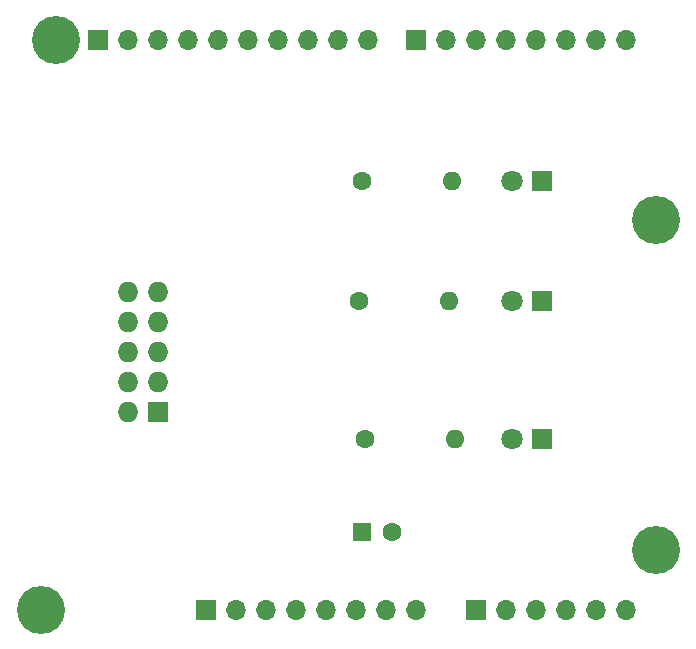
<source format=gbr>
%TF.GenerationSoftware,KiCad,Pcbnew,5.1.4-3.fc30*%
%TF.CreationDate,2019-10-13T13:42:18+02:00*%
%TF.ProjectId,avr_prog_uno_shiled,6176725f-7072-46f6-975f-756e6f5f7368,1.0*%
%TF.SameCoordinates,PX69db1f0PY7882d48*%
%TF.FileFunction,Soldermask,Bot*%
%TF.FilePolarity,Negative*%
%FSLAX46Y46*%
G04 Gerber Fmt 4.6, Leading zero omitted, Abs format (unit mm)*
G04 Created by KiCad (PCBNEW 5.1.4-3.fc30) date 2019-10-13 13:42:18*
%MOMM*%
%LPD*%
G04 APERTURE LIST*
%ADD10O,1.727200X1.727200*%
%ADD11R,1.727200X1.727200*%
%ADD12O,1.700000X1.700000*%
%ADD13R,1.700000X1.700000*%
%ADD14C,1.600000*%
%ADD15R,1.600000X1.600000*%
%ADD16C,4.064000*%
%ADD17R,1.800000X1.800000*%
%ADD18C,1.800000*%
%ADD19O,1.600000X1.600000*%
G04 APERTURE END LIST*
D10*
%TO.C,J1*%
X21336000Y29464000D03*
X23876000Y29464000D03*
X21336000Y26924000D03*
X23876000Y26924000D03*
X21336000Y24384000D03*
X23876000Y24384000D03*
X21336000Y21844000D03*
X23876000Y21844000D03*
X21336000Y19304000D03*
D11*
X23876000Y19304000D03*
%TD*%
D12*
%TO.C,P4*%
X63500000Y50800000D03*
X60960000Y50800000D03*
X58420000Y50800000D03*
X55880000Y50800000D03*
X53340000Y50800000D03*
X50800000Y50800000D03*
X48260000Y50800000D03*
D13*
X45720000Y50800000D03*
%TD*%
D12*
%TO.C,P3*%
X41656000Y50800000D03*
X39116000Y50800000D03*
X36576000Y50800000D03*
X34036000Y50800000D03*
X31496000Y50800000D03*
X28956000Y50800000D03*
X26416000Y50800000D03*
X23876000Y50800000D03*
X21336000Y50800000D03*
D13*
X18796000Y50800000D03*
%TD*%
D12*
%TO.C,P2*%
X63500000Y2540000D03*
X60960000Y2540000D03*
X58420000Y2540000D03*
X55880000Y2540000D03*
X53340000Y2540000D03*
D13*
X50800000Y2540000D03*
%TD*%
D12*
%TO.C,P1*%
X45720000Y2540000D03*
X43180000Y2540000D03*
X40640000Y2540000D03*
X38100000Y2540000D03*
X35560000Y2540000D03*
X33020000Y2540000D03*
X30480000Y2540000D03*
D13*
X27940000Y2540000D03*
%TD*%
D14*
%TO.C,C1*%
X43688000Y9144000D03*
D15*
X41188000Y9144000D03*
%TD*%
D16*
%TO.C,P5*%
X13970000Y2540000D03*
%TD*%
%TO.C,P6*%
X66040000Y7620000D03*
%TD*%
%TO.C,P7*%
X15240000Y50800000D03*
%TD*%
%TO.C,P8*%
X66040000Y35560000D03*
%TD*%
D17*
%TO.C,D1*%
X56388000Y17018000D03*
D18*
X53848000Y17018000D03*
%TD*%
%TO.C,D2*%
X53848000Y28702000D03*
D17*
X56388000Y28702000D03*
%TD*%
%TO.C,D3*%
X56388000Y38862000D03*
D18*
X53848000Y38862000D03*
%TD*%
D14*
%TO.C,R1*%
X41402000Y17018000D03*
D19*
X49022000Y17018000D03*
%TD*%
%TO.C,R2*%
X48514000Y28702000D03*
D14*
X40894000Y28702000D03*
%TD*%
%TO.C,R3*%
X41148000Y38862000D03*
D19*
X48768000Y38862000D03*
%TD*%
M02*

</source>
